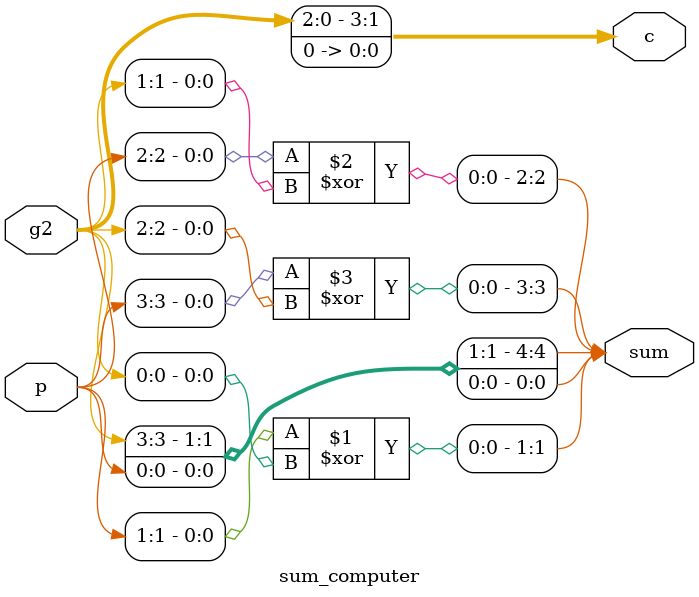
<source format=sv>
module multi_assign(
  input [3:0] val1, val2,
  output [4:0] sum,
  output carry
);

  // Generate and propagate signals
  wire [3:0] g, p;
  gp_generator gp_gen(
    .val1(val1),
    .val2(val2),
    .g(g),
    .p(p)
  );

  // First level prefix computation
  wire [3:0] g1, p1;
  prefix_level1 prefix1(
    .g(g),
    .p(p),
    .g1(g1),
    .p1(p1)
  );

  // Second level prefix computation
  wire [3:0] g2, p2;
  prefix_level2 prefix2(
    .g1(g1),
    .p1(p1),
    .g2(g2),
    .p2(p2)
  );

  // Final sum computation
  wire [3:0] c;
  sum_computer sum_comp(
    .g2(g2),
    .p(p),
    .c(c),
    .sum(sum)
  );

  assign carry = sum[4];

endmodule

// Generate and propagate signals generator
module gp_generator(
  input [3:0] val1, val2,
  output [3:0] g, p
);
  assign g = val1 & val2;
  assign p = val1 ^ val2;
endmodule

// First level prefix computation
module prefix_level1(
  input [3:0] g, p,
  output [3:0] g1, p1
);
  assign g1[0] = g[0];
  assign p1[0] = p[0];
  
  genvar i;
  generate
    for(i=1; i<4; i=i+1) begin: gen_first_level
      assign g1[i] = g[i] | (p[i] & g[i-1]);
      assign p1[i] = p[i] & p[i-1];
    end
  endgenerate
endmodule

// Second level prefix computation
module prefix_level2(
  input [3:0] g1, p1,
  output [3:0] g2, p2
);
  assign g2[0] = g1[0];
  assign p2[0] = p1[0];
  assign g2[1] = g1[1];
  assign p2[1] = p1[1];
  
  genvar i;
  generate
    for(i=2; i<4; i=i+1) begin: gen_second_level
      assign g2[i] = g1[i] | (p1[i] & g1[i-2]);
      assign p2[i] = p1[i] & p1[i-2];
    end
  endgenerate
endmodule

// Final sum computation
module sum_computer(
  input [3:0] g2, p,
  output [3:0] c,
  output [4:0] sum
);
  assign c[0] = 1'b0;
  assign c[1] = g2[0];
  assign c[2] = g2[1];
  assign c[3] = g2[2];
  
  assign sum[0] = p[0];
  assign sum[1] = p[1] ^ c[1];
  assign sum[2] = p[2] ^ c[2];
  assign sum[3] = p[3] ^ c[3];
  assign sum[4] = g2[3];
endmodule
</source>
